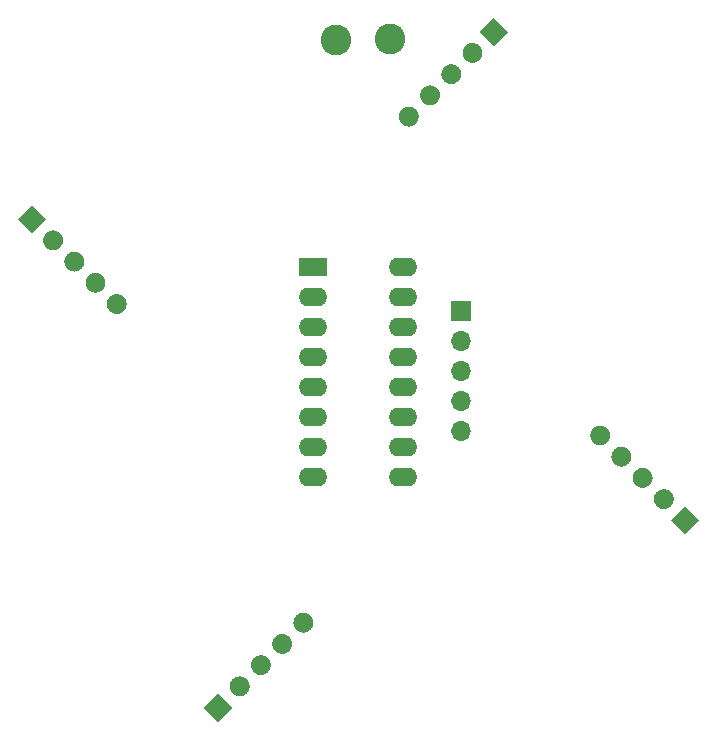
<source format=gbl>
G04 #@! TF.GenerationSoftware,KiCad,Pcbnew,(5.1.6-0-10_14)*
G04 #@! TF.CreationDate,2022-01-06T22:32:46-06:00*
G04 #@! TF.ProjectId,opto_isolator,6f70746f-5f69-4736-9f6c-61746f722e6b,rev?*
G04 #@! TF.SameCoordinates,Original*
G04 #@! TF.FileFunction,Copper,L4,Bot*
G04 #@! TF.FilePolarity,Positive*
%FSLAX46Y46*%
G04 Gerber Fmt 4.6, Leading zero omitted, Abs format (unit mm)*
G04 Created by KiCad (PCBNEW (5.1.6-0-10_14)) date 2022-01-06 22:32:46*
%MOMM*%
%LPD*%
G01*
G04 APERTURE LIST*
G04 #@! TA.AperFunction,ComponentPad*
%ADD10C,0.100000*%
G04 #@! TD*
G04 #@! TA.AperFunction,ComponentPad*
%ADD11R,1.700000X1.700000*%
G04 #@! TD*
G04 #@! TA.AperFunction,ComponentPad*
%ADD12O,1.700000X1.700000*%
G04 #@! TD*
G04 #@! TA.AperFunction,ComponentPad*
%ADD13R,2.400000X1.600000*%
G04 #@! TD*
G04 #@! TA.AperFunction,ComponentPad*
%ADD14O,2.400000X1.600000*%
G04 #@! TD*
G04 #@! TA.AperFunction,ComponentPad*
%ADD15C,2.600000*%
G04 #@! TD*
G04 APERTURE END LIST*
G04 #@! TA.AperFunction,ComponentPad*
D10*
G36*
X138577918Y-53730000D02*
G01*
X139780000Y-52527918D01*
X140982082Y-53730000D01*
X139780000Y-54932082D01*
X138577918Y-53730000D01*
G37*
G04 #@! TD.AperFunction*
G04 #@! TA.AperFunction,ComponentPad*
G36*
G01*
X137382908Y-54925010D02*
X137382908Y-54925010D01*
G75*
G02*
X138584990Y-54925010I601041J-601041D01*
G01*
X138584990Y-54925010D01*
G75*
G02*
X138584990Y-56127092I-601041J-601041D01*
G01*
X138584990Y-56127092D01*
G75*
G02*
X137382908Y-56127092I-601041J601041D01*
G01*
X137382908Y-56127092D01*
G75*
G02*
X137382908Y-54925010I601041J601041D01*
G01*
G37*
G04 #@! TD.AperFunction*
G04 #@! TA.AperFunction,ComponentPad*
G36*
G01*
X135586857Y-56721061D02*
X135586857Y-56721061D01*
G75*
G02*
X136788939Y-56721061I601041J-601041D01*
G01*
X136788939Y-56721061D01*
G75*
G02*
X136788939Y-57923143I-601041J-601041D01*
G01*
X136788939Y-57923143D01*
G75*
G02*
X135586857Y-57923143I-601041J601041D01*
G01*
X135586857Y-57923143D01*
G75*
G02*
X135586857Y-56721061I601041J601041D01*
G01*
G37*
G04 #@! TD.AperFunction*
G04 #@! TA.AperFunction,ComponentPad*
G36*
G01*
X133790805Y-58517113D02*
X133790805Y-58517113D01*
G75*
G02*
X134992887Y-58517113I601041J-601041D01*
G01*
X134992887Y-58517113D01*
G75*
G02*
X134992887Y-59719195I-601041J-601041D01*
G01*
X134992887Y-59719195D01*
G75*
G02*
X133790805Y-59719195I-601041J601041D01*
G01*
X133790805Y-59719195D01*
G75*
G02*
X133790805Y-58517113I601041J601041D01*
G01*
G37*
G04 #@! TD.AperFunction*
G04 #@! TA.AperFunction,ComponentPad*
G36*
G01*
X131994754Y-60313164D02*
X131994754Y-60313164D01*
G75*
G02*
X133196836Y-60313164I601041J-601041D01*
G01*
X133196836Y-60313164D01*
G75*
G02*
X133196836Y-61515246I-601041J-601041D01*
G01*
X133196836Y-61515246D01*
G75*
G02*
X131994754Y-61515246I-601041J601041D01*
G01*
X131994754Y-61515246D01*
G75*
G02*
X131994754Y-60313164I601041J601041D01*
G01*
G37*
G04 #@! TD.AperFunction*
D11*
X136980000Y-77360000D03*
D12*
X136980000Y-79900000D03*
X136980000Y-82440000D03*
X136980000Y-84980000D03*
X136980000Y-87520000D03*
G04 #@! TA.AperFunction,ComponentPad*
D10*
G36*
X117682082Y-110950000D02*
G01*
X116480000Y-112152082D01*
X115277918Y-110950000D01*
X116480000Y-109747918D01*
X117682082Y-110950000D01*
G37*
G04 #@! TD.AperFunction*
G04 #@! TA.AperFunction,ComponentPad*
G36*
G01*
X118877092Y-109754990D02*
X118877092Y-109754990D01*
G75*
G02*
X117675010Y-109754990I-601041J601041D01*
G01*
X117675010Y-109754990D01*
G75*
G02*
X117675010Y-108552908I601041J601041D01*
G01*
X117675010Y-108552908D01*
G75*
G02*
X118877092Y-108552908I601041J-601041D01*
G01*
X118877092Y-108552908D01*
G75*
G02*
X118877092Y-109754990I-601041J-601041D01*
G01*
G37*
G04 #@! TD.AperFunction*
G04 #@! TA.AperFunction,ComponentPad*
G36*
G01*
X120673143Y-107958939D02*
X120673143Y-107958939D01*
G75*
G02*
X119471061Y-107958939I-601041J601041D01*
G01*
X119471061Y-107958939D01*
G75*
G02*
X119471061Y-106756857I601041J601041D01*
G01*
X119471061Y-106756857D01*
G75*
G02*
X120673143Y-106756857I601041J-601041D01*
G01*
X120673143Y-106756857D01*
G75*
G02*
X120673143Y-107958939I-601041J-601041D01*
G01*
G37*
G04 #@! TD.AperFunction*
G04 #@! TA.AperFunction,ComponentPad*
G36*
G01*
X122469195Y-106162887D02*
X122469195Y-106162887D01*
G75*
G02*
X121267113Y-106162887I-601041J601041D01*
G01*
X121267113Y-106162887D01*
G75*
G02*
X121267113Y-104960805I601041J601041D01*
G01*
X121267113Y-104960805D01*
G75*
G02*
X122469195Y-104960805I601041J-601041D01*
G01*
X122469195Y-104960805D01*
G75*
G02*
X122469195Y-106162887I-601041J-601041D01*
G01*
G37*
G04 #@! TD.AperFunction*
G04 #@! TA.AperFunction,ComponentPad*
G36*
G01*
X124265246Y-104366836D02*
X124265246Y-104366836D01*
G75*
G02*
X123063164Y-104366836I-601041J601041D01*
G01*
X123063164Y-104366836D01*
G75*
G02*
X123063164Y-103164754I601041J601041D01*
G01*
X123063164Y-103164754D01*
G75*
G02*
X124265246Y-103164754I601041J-601041D01*
G01*
X124265246Y-103164754D01*
G75*
G02*
X124265246Y-104366836I-601041J-601041D01*
G01*
G37*
G04 #@! TD.AperFunction*
G04 #@! TA.AperFunction,ComponentPad*
G36*
G01*
X107263164Y-77385246D02*
X107263164Y-77385246D01*
G75*
G02*
X107263164Y-76183164I601041J601041D01*
G01*
X107263164Y-76183164D01*
G75*
G02*
X108465246Y-76183164I601041J-601041D01*
G01*
X108465246Y-76183164D01*
G75*
G02*
X108465246Y-77385246I-601041J-601041D01*
G01*
X108465246Y-77385246D01*
G75*
G02*
X107263164Y-77385246I-601041J601041D01*
G01*
G37*
G04 #@! TD.AperFunction*
G04 #@! TA.AperFunction,ComponentPad*
G36*
G01*
X105467113Y-75589195D02*
X105467113Y-75589195D01*
G75*
G02*
X105467113Y-74387113I601041J601041D01*
G01*
X105467113Y-74387113D01*
G75*
G02*
X106669195Y-74387113I601041J-601041D01*
G01*
X106669195Y-74387113D01*
G75*
G02*
X106669195Y-75589195I-601041J-601041D01*
G01*
X106669195Y-75589195D01*
G75*
G02*
X105467113Y-75589195I-601041J601041D01*
G01*
G37*
G04 #@! TD.AperFunction*
G04 #@! TA.AperFunction,ComponentPad*
G36*
G01*
X103671061Y-73793143D02*
X103671061Y-73793143D01*
G75*
G02*
X103671061Y-72591061I601041J601041D01*
G01*
X103671061Y-72591061D01*
G75*
G02*
X104873143Y-72591061I601041J-601041D01*
G01*
X104873143Y-72591061D01*
G75*
G02*
X104873143Y-73793143I-601041J-601041D01*
G01*
X104873143Y-73793143D01*
G75*
G02*
X103671061Y-73793143I-601041J601041D01*
G01*
G37*
G04 #@! TD.AperFunction*
G04 #@! TA.AperFunction,ComponentPad*
G36*
G01*
X101875010Y-71997092D02*
X101875010Y-71997092D01*
G75*
G02*
X101875010Y-70795010I601041J601041D01*
G01*
X101875010Y-70795010D01*
G75*
G02*
X103077092Y-70795010I601041J-601041D01*
G01*
X103077092Y-70795010D01*
G75*
G02*
X103077092Y-71997092I-601041J-601041D01*
G01*
X103077092Y-71997092D01*
G75*
G02*
X101875010Y-71997092I-601041J601041D01*
G01*
G37*
G04 #@! TD.AperFunction*
G04 #@! TA.AperFunction,ComponentPad*
G36*
X100680000Y-70802082D02*
G01*
X99477918Y-69600000D01*
X100680000Y-68397918D01*
X101882082Y-69600000D01*
X100680000Y-70802082D01*
G37*
G04 #@! TD.AperFunction*
G04 #@! TA.AperFunction,ComponentPad*
G36*
X155980000Y-93897918D02*
G01*
X157182082Y-95100000D01*
X155980000Y-96302082D01*
X154777918Y-95100000D01*
X155980000Y-93897918D01*
G37*
G04 #@! TD.AperFunction*
G04 #@! TA.AperFunction,ComponentPad*
G36*
G01*
X154784990Y-92702908D02*
X154784990Y-92702908D01*
G75*
G02*
X154784990Y-93904990I-601041J-601041D01*
G01*
X154784990Y-93904990D01*
G75*
G02*
X153582908Y-93904990I-601041J601041D01*
G01*
X153582908Y-93904990D01*
G75*
G02*
X153582908Y-92702908I601041J601041D01*
G01*
X153582908Y-92702908D01*
G75*
G02*
X154784990Y-92702908I601041J-601041D01*
G01*
G37*
G04 #@! TD.AperFunction*
G04 #@! TA.AperFunction,ComponentPad*
G36*
G01*
X152988939Y-90906857D02*
X152988939Y-90906857D01*
G75*
G02*
X152988939Y-92108939I-601041J-601041D01*
G01*
X152988939Y-92108939D01*
G75*
G02*
X151786857Y-92108939I-601041J601041D01*
G01*
X151786857Y-92108939D01*
G75*
G02*
X151786857Y-90906857I601041J601041D01*
G01*
X151786857Y-90906857D01*
G75*
G02*
X152988939Y-90906857I601041J-601041D01*
G01*
G37*
G04 #@! TD.AperFunction*
G04 #@! TA.AperFunction,ComponentPad*
G36*
G01*
X151192887Y-89110805D02*
X151192887Y-89110805D01*
G75*
G02*
X151192887Y-90312887I-601041J-601041D01*
G01*
X151192887Y-90312887D01*
G75*
G02*
X149990805Y-90312887I-601041J601041D01*
G01*
X149990805Y-90312887D01*
G75*
G02*
X149990805Y-89110805I601041J601041D01*
G01*
X149990805Y-89110805D01*
G75*
G02*
X151192887Y-89110805I601041J-601041D01*
G01*
G37*
G04 #@! TD.AperFunction*
G04 #@! TA.AperFunction,ComponentPad*
G36*
G01*
X149396836Y-87314754D02*
X149396836Y-87314754D01*
G75*
G02*
X149396836Y-88516836I-601041J-601041D01*
G01*
X149396836Y-88516836D01*
G75*
G02*
X148194754Y-88516836I-601041J601041D01*
G01*
X148194754Y-88516836D01*
G75*
G02*
X148194754Y-87314754I601041J601041D01*
G01*
X148194754Y-87314754D01*
G75*
G02*
X149396836Y-87314754I601041J-601041D01*
G01*
G37*
G04 #@! TD.AperFunction*
D13*
X124470000Y-73630000D03*
D14*
X132090000Y-91410000D03*
X124470000Y-76170000D03*
X132090000Y-88870000D03*
X124470000Y-78710000D03*
X132090000Y-86330000D03*
X124470000Y-81250000D03*
X132090000Y-83790000D03*
X124470000Y-83790000D03*
X132090000Y-81250000D03*
X124470000Y-86330000D03*
X132090000Y-78710000D03*
X124470000Y-88870000D03*
X132090000Y-76170000D03*
X124470000Y-91410000D03*
X132090000Y-73630000D03*
D15*
X126460000Y-54470000D03*
X131020000Y-54356000D03*
M02*

</source>
